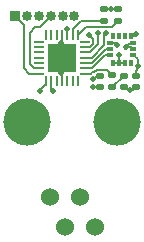
<source format=gbr>
%TF.GenerationSoftware,KiCad,Pcbnew,8.0.8-8.0.8-0~ubuntu22.04.1*%
%TF.CreationDate,2025-01-21T10:35:51-05:00*%
%TF.ProjectId,imu-board,696d752d-626f-4617-9264-2e6b69636164,rev?*%
%TF.SameCoordinates,Original*%
%TF.FileFunction,Copper,L1,Top*%
%TF.FilePolarity,Positive*%
%FSLAX46Y46*%
G04 Gerber Fmt 4.6, Leading zero omitted, Abs format (unit mm)*
G04 Created by KiCad (PCBNEW 8.0.8-8.0.8-0~ubuntu22.04.1) date 2025-01-21 10:35:51*
%MOMM*%
%LPD*%
G01*
G04 APERTURE LIST*
G04 Aperture macros list*
%AMRoundRect*
0 Rectangle with rounded corners*
0 $1 Rounding radius*
0 $2 $3 $4 $5 $6 $7 $8 $9 X,Y pos of 4 corners*
0 Add a 4 corners polygon primitive as box body*
4,1,4,$2,$3,$4,$5,$6,$7,$8,$9,$2,$3,0*
0 Add four circle primitives for the rounded corners*
1,1,$1+$1,$2,$3*
1,1,$1+$1,$4,$5*
1,1,$1+$1,$6,$7*
1,1,$1+$1,$8,$9*
0 Add four rect primitives between the rounded corners*
20,1,$1+$1,$2,$3,$4,$5,0*
20,1,$1+$1,$4,$5,$6,$7,0*
20,1,$1+$1,$6,$7,$8,$9,0*
20,1,$1+$1,$8,$9,$2,$3,0*%
%AMFreePoly0*
4,1,14,0.318306,0.106694,0.381694,0.043306,0.400000,-0.000888,0.400000,-0.062500,0.381694,-0.106694,0.337500,-0.125000,-0.337500,-0.125000,-0.381694,-0.106694,-0.400000,-0.062500,-0.400000,0.062500,-0.381694,0.106694,-0.337500,0.125000,0.274112,0.125000,0.318306,0.106694,0.318306,0.106694,$1*%
%AMFreePoly1*
4,1,14,0.381694,0.106694,0.400000,0.062500,0.400000,0.000888,0.381694,-0.043306,0.318306,-0.106694,0.274112,-0.125000,-0.337500,-0.125000,-0.381694,-0.106694,-0.400000,-0.062500,-0.400000,0.062500,-0.381694,0.106694,-0.337500,0.125000,0.337500,0.125000,0.381694,0.106694,0.381694,0.106694,$1*%
%AMFreePoly2*
4,1,14,0.106694,0.381694,0.125000,0.337500,0.125000,-0.337500,0.106694,-0.381694,0.062500,-0.400000,-0.062500,-0.400000,-0.106694,-0.381694,-0.125000,-0.337500,-0.125000,0.274112,-0.106694,0.318306,-0.043306,0.381694,0.000888,0.400000,0.062500,0.400000,0.106694,0.381694,0.106694,0.381694,$1*%
%AMFreePoly3*
4,1,14,0.043306,0.381694,0.106694,0.318306,0.125000,0.274112,0.125000,-0.337500,0.106694,-0.381694,0.062500,-0.400000,-0.062500,-0.400000,-0.106694,-0.381694,-0.125000,-0.337500,-0.125000,0.337500,-0.106694,0.381694,-0.062500,0.400000,-0.000888,0.400000,0.043306,0.381694,0.043306,0.381694,$1*%
%AMFreePoly4*
4,1,14,0.381694,0.106694,0.400000,0.062500,0.400000,-0.062500,0.381694,-0.106694,0.337500,-0.125000,-0.274112,-0.125000,-0.318306,-0.106694,-0.381694,-0.043306,-0.400000,0.000888,-0.400000,0.062500,-0.381694,0.106694,-0.337500,0.125000,0.337500,0.125000,0.381694,0.106694,0.381694,0.106694,$1*%
%AMFreePoly5*
4,1,14,0.381694,0.106694,0.400000,0.062500,0.400000,-0.062500,0.381694,-0.106694,0.337500,-0.125000,-0.337500,-0.125000,-0.381694,-0.106694,-0.400000,-0.062500,-0.400000,-0.000888,-0.381694,0.043306,-0.318306,0.106694,-0.274112,0.125000,0.337500,0.125000,0.381694,0.106694,0.381694,0.106694,$1*%
%AMFreePoly6*
4,1,14,0.106694,0.381694,0.125000,0.337500,0.125000,-0.274112,0.106694,-0.318306,0.043306,-0.381694,-0.000888,-0.400000,-0.062500,-0.400000,-0.106694,-0.381694,-0.125000,-0.337500,-0.125000,0.337500,-0.106694,0.381694,-0.062500,0.400000,0.062500,0.400000,0.106694,0.381694,0.106694,0.381694,$1*%
%AMFreePoly7*
4,1,14,0.106694,0.381694,0.125000,0.337500,0.125000,-0.337500,0.106694,-0.381694,0.062500,-0.400000,0.000888,-0.400000,-0.043306,-0.381694,-0.106694,-0.318306,-0.125000,-0.274112,-0.125000,0.337500,-0.106694,0.381694,-0.062500,0.400000,0.062500,0.400000,0.106694,0.381694,0.106694,0.381694,$1*%
G04 Aperture macros list end*
%TA.AperFunction,SMDPad,CuDef*%
%ADD10RoundRect,0.140000X-0.170000X0.140000X-0.170000X-0.140000X0.170000X-0.140000X0.170000X0.140000X0*%
%TD*%
%TA.AperFunction,SMDPad,CuDef*%
%ADD11FreePoly0,270.000000*%
%TD*%
%TA.AperFunction,SMDPad,CuDef*%
%ADD12RoundRect,0.062500X-0.062500X0.337500X-0.062500X-0.337500X0.062500X-0.337500X0.062500X0.337500X0*%
%TD*%
%TA.AperFunction,SMDPad,CuDef*%
%ADD13FreePoly1,270.000000*%
%TD*%
%TA.AperFunction,SMDPad,CuDef*%
%ADD14FreePoly2,270.000000*%
%TD*%
%TA.AperFunction,SMDPad,CuDef*%
%ADD15RoundRect,0.062500X-0.337500X0.062500X-0.337500X-0.062500X0.337500X-0.062500X0.337500X0.062500X0*%
%TD*%
%TA.AperFunction,SMDPad,CuDef*%
%ADD16FreePoly3,270.000000*%
%TD*%
%TA.AperFunction,SMDPad,CuDef*%
%ADD17FreePoly4,270.000000*%
%TD*%
%TA.AperFunction,SMDPad,CuDef*%
%ADD18FreePoly5,270.000000*%
%TD*%
%TA.AperFunction,SMDPad,CuDef*%
%ADD19FreePoly6,270.000000*%
%TD*%
%TA.AperFunction,SMDPad,CuDef*%
%ADD20FreePoly7,270.000000*%
%TD*%
%TA.AperFunction,SMDPad,CuDef*%
%ADD21R,2.400000X2.400000*%
%TD*%
%TA.AperFunction,SMDPad,CuDef*%
%ADD22RoundRect,0.147500X0.172500X-0.147500X0.172500X0.147500X-0.172500X0.147500X-0.172500X-0.147500X0*%
%TD*%
%TA.AperFunction,SMDPad,CuDef*%
%ADD23R,0.300000X0.480000*%
%TD*%
%TA.AperFunction,SMDPad,CuDef*%
%ADD24R,0.480000X0.300000*%
%TD*%
%TA.AperFunction,SMDPad,CuDef*%
%ADD25RoundRect,0.135000X-0.185000X0.135000X-0.185000X-0.135000X0.185000X-0.135000X0.185000X0.135000X0*%
%TD*%
%TA.AperFunction,SMDPad,CuDef*%
%ADD26RoundRect,0.135000X0.185000X-0.135000X0.185000X0.135000X-0.185000X0.135000X-0.185000X-0.135000X0*%
%TD*%
%TA.AperFunction,ComponentPad*%
%ADD27R,0.850000X0.850000*%
%TD*%
%TA.AperFunction,ComponentPad*%
%ADD28O,0.850000X0.850000*%
%TD*%
%TA.AperFunction,ComponentPad*%
%ADD29C,1.524000*%
%TD*%
%TA.AperFunction,ComponentPad*%
%ADD30C,4.000000*%
%TD*%
%TA.AperFunction,ViaPad*%
%ADD31C,0.508000*%
%TD*%
%TA.AperFunction,Conductor*%
%ADD32C,0.152400*%
%TD*%
G04 APERTURE END LIST*
D10*
%TO.P,C2,1*%
%TO.N,VCC*%
X58400000Y-61220000D03*
%TO.P,C2,2*%
%TO.N,GND*%
X58400000Y-62180000D03*
%TD*%
D11*
%TO.P,U3,1,PD3*%
%TO.N,Net-(JP2-A)*%
X56500000Y-57750000D03*
D12*
%TO.P,U3,2,PD4*%
%TO.N,Net-(JP1-A)*%
X56050000Y-57750000D03*
%TO.P,U3,3,VCC*%
%TO.N,VCC*%
X55600000Y-57750000D03*
%TO.P,U3,4,GND*%
%TO.N,GND*%
X55150000Y-57750000D03*
%TO.P,U3,5,XTAL1/PB6*%
%TO.N,unconnected-(U3-XTAL1{slash}PB6-Pad5)*%
X54700000Y-57750000D03*
%TO.P,U3,6,XTAL2/PB7*%
%TO.N,unconnected-(U3-XTAL2{slash}PB7-Pad6)*%
X54250000Y-57750000D03*
D13*
%TO.P,U3,7,PD5*%
%TO.N,unconnected-(U3-PD5-Pad7)*%
X53800000Y-57750000D03*
D14*
%TO.P,U3,8,PD6*%
%TO.N,unconnected-(U3-PD6-Pad8)*%
X53200000Y-58350000D03*
D15*
%TO.P,U3,9,PD7*%
%TO.N,unconnected-(U3-PD7-Pad9)*%
X53200000Y-58800000D03*
%TO.P,U3,10,PB0*%
%TO.N,unconnected-(U3-PB0-Pad10)*%
X53200000Y-59250000D03*
%TO.P,U3,11,PB1*%
%TO.N,unconnected-(U3-PB1-Pad11)*%
X53200000Y-59700000D03*
%TO.P,U3,12,PB2*%
%TO.N,unconnected-(U3-PB2-Pad12)*%
X53200000Y-60150000D03*
%TO.P,U3,13,PB3*%
%TO.N,/MOSI*%
X53200000Y-60600000D03*
D16*
%TO.P,U3,14,PB4*%
%TO.N,/MISO*%
X53200000Y-61050000D03*
D17*
%TO.P,U3,15,PB5*%
%TO.N,/SCK*%
X53800000Y-61650000D03*
D12*
%TO.P,U3,16,AVCC*%
%TO.N,VCC*%
X54250000Y-61650000D03*
%TO.P,U3,17,AREF*%
%TO.N,unconnected-(U3-AREF-Pad17)*%
X54700000Y-61650000D03*
%TO.P,U3,18,GND*%
%TO.N,GND*%
X55150000Y-61650000D03*
%TO.P,U3,19,PC0*%
%TO.N,unconnected-(U3-PC0-Pad19)*%
X55600000Y-61650000D03*
%TO.P,U3,20,PC1*%
%TO.N,unconnected-(U3-PC1-Pad20)*%
X56050000Y-61650000D03*
D18*
%TO.P,U3,21,PC2*%
%TO.N,unconnected-(U3-PC2-Pad21)*%
X56500000Y-61650000D03*
D19*
%TO.P,U3,22,PC3*%
%TO.N,Net-(U3-PC3)*%
X57100000Y-61050000D03*
D15*
%TO.P,U3,23,PC4*%
%TO.N,/SDA*%
X57100000Y-60600000D03*
%TO.P,U3,24,PC5*%
%TO.N,/SCL*%
X57100000Y-60150000D03*
%TO.P,U3,25,~{RESET}/PC6*%
%TO.N,/nRESET*%
X57100000Y-59700000D03*
%TO.P,U3,26,PD0*%
%TO.N,/RXD*%
X57100000Y-59250000D03*
%TO.P,U3,27,PD1*%
%TO.N,/TXD*%
X57100000Y-58800000D03*
D20*
%TO.P,U3,28,PD2*%
%TO.N,unconnected-(U3-PD2-Pad28)*%
X57100000Y-58350000D03*
D21*
%TO.P,U3,29,GND*%
%TO.N,GND*%
X55150000Y-59700000D03*
%TD*%
D22*
%TO.P,D1,1,K*%
%TO.N,GND*%
X60400000Y-62185000D03*
%TO.P,D1,2,A*%
%TO.N,Net-(D1-A)*%
X60400000Y-61215000D03*
%TD*%
D23*
%TO.P,U2,P1,SDO/SA0*%
%TO.N,GND*%
X59450000Y-60162500D03*
%TO.P,U2,P2,SDX*%
X59950000Y-60162500D03*
%TO.P,U2,P3,SCX*%
X60450000Y-60162500D03*
%TO.P,U2,P4,INT1*%
%TO.N,unconnected-(U2-INT1-PadP4)*%
X60950000Y-60162500D03*
D24*
%TO.P,U2,P5,VDD_IO*%
%TO.N,VCC*%
X61200000Y-59500000D03*
%TO.P,U2,P6,GND@6*%
%TO.N,GND*%
X61200000Y-59000000D03*
%TO.P,U2,P7,GND@7*%
X61200000Y-58500000D03*
D23*
%TO.P,U2,P8,VDD*%
%TO.N,VCC*%
X60950000Y-57837500D03*
%TO.P,U2,P9,INT2*%
%TO.N,unconnected-(U2-INT2-PadP9)*%
X60450000Y-57837500D03*
%TO.P,U2,P10,OCS_AUX*%
%TO.N,unconnected-(U2-OCS_AUX-PadP10)*%
X59950000Y-57837500D03*
%TO.P,U2,P11,SDO_AUX*%
%TO.N,unconnected-(U2-SDO_AUX-PadP11)*%
X59450000Y-57837500D03*
D24*
%TO.P,U2,P12,~{CS}*%
%TO.N,VCC*%
X59200000Y-58500000D03*
%TO.P,U2,P13,SCL*%
%TO.N,/SCL*%
X59200000Y-59000000D03*
%TO.P,U2,P14,SDA/SDI/SDO*%
%TO.N,/SDA*%
X59200000Y-59500000D03*
%TD*%
D25*
%TO.P,R1,1*%
%TO.N,Net-(U3-PC3)*%
X59400000Y-61190000D03*
%TO.P,R1,2*%
%TO.N,Net-(D1-A)*%
X59400000Y-62210000D03*
%TD*%
D26*
%TO.P,JP1,1,A*%
%TO.N,Net-(JP1-A)*%
X58700000Y-56610000D03*
%TO.P,JP1,2,B*%
%TO.N,GND*%
X58700000Y-55590000D03*
%TD*%
%TO.P,JP2,1,A*%
%TO.N,Net-(JP2-A)*%
X59900000Y-56610000D03*
%TO.P,JP2,2,B*%
%TO.N,GND*%
X59900000Y-55590000D03*
%TD*%
D27*
%TO.P,J3,1,MISO*%
%TO.N,/MISO*%
X51200000Y-56200000D03*
D28*
%TO.P,J3,2,VCC*%
%TO.N,VCC*%
X52200000Y-56200000D03*
%TO.P,J3,3,SCK*%
%TO.N,/SCK*%
X53200000Y-56200000D03*
%TO.P,J3,4,MOSI*%
%TO.N,/MOSI*%
X54200000Y-56200000D03*
%TO.P,J3,5,~{RST}*%
%TO.N,/nRESET*%
X55200000Y-56200000D03*
%TO.P,J3,6,GND*%
%TO.N,GND*%
X56200000Y-56200000D03*
%TD*%
D10*
%TO.P,C1,1*%
%TO.N,VCC*%
X61400000Y-61220000D03*
%TO.P,C1,2*%
%TO.N,GND*%
X61400000Y-62180000D03*
%TD*%
D29*
%TO.P,J2,1*%
%TO.N,VCC*%
X54097000Y-71521000D03*
%TO.P,J2,2*%
%TO.N,/TXD*%
X55367000Y-74061000D03*
%TO.P,J2,3*%
%TO.N,/RXD*%
X56637000Y-71521000D03*
%TO.P,J2,4*%
%TO.N,GND*%
X57907000Y-74061000D03*
D30*
%TO.P,J2,5*%
%TO.N,N/C*%
X52192000Y-65171000D03*
%TO.P,J2,6*%
X59817000Y-65171000D03*
%TD*%
D31*
%TO.N,VCC*%
X54400000Y-62500000D03*
X57800000Y-61500000D03*
X55600000Y-57300000D03*
X61546000Y-60400000D03*
X61400000Y-57700000D03*
X59800000Y-58600000D03*
%TO.N,GND*%
X60600000Y-58800000D03*
X59300000Y-55600000D03*
X55100000Y-58500000D03*
X57800000Y-62200000D03*
X55100000Y-61000000D03*
X60900000Y-62400000D03*
X60000000Y-59500000D03*
%TO.N,/nRESET*%
X58893598Y-57600000D03*
%TO.N,/TXD*%
X57404000Y-57785000D03*
%TO.N,/RXD*%
X58166000Y-57658000D03*
%TO.N,/SCK*%
X53300000Y-62500000D03*
%TD*%
D32*
%TO.N,VCC*%
X61262500Y-57837500D02*
X61400000Y-57700000D01*
X54250000Y-62350000D02*
X54400000Y-62500000D01*
X60950000Y-57837500D02*
X61262500Y-57837500D01*
X61546000Y-60400000D02*
X61400000Y-60946000D01*
X55600000Y-58050000D02*
X55600000Y-57300000D01*
X61546000Y-59846000D02*
X61546000Y-60400000D01*
X61400000Y-60946000D02*
X61400000Y-61220000D01*
X59700000Y-58500000D02*
X59800000Y-58600000D01*
X57800000Y-61500000D02*
X58080002Y-61220000D01*
X61200000Y-59500000D02*
X61546000Y-59846000D01*
X59200000Y-58500000D02*
X59700000Y-58500000D01*
X54250000Y-61650000D02*
X54250000Y-62350000D01*
X58080002Y-61220000D02*
X58400000Y-61220000D01*
%TO.N,GND*%
X59950000Y-60162500D02*
X59950000Y-59550000D01*
X60600000Y-58800000D02*
X61000000Y-58800000D01*
X60900000Y-58500000D02*
X60600000Y-58800000D01*
X59290000Y-55590000D02*
X59300000Y-55600000D01*
X61180000Y-62400000D02*
X61400000Y-62180000D01*
X55150000Y-61950000D02*
X55150000Y-60000000D01*
X57820000Y-62180000D02*
X57800000Y-62200000D01*
X59890000Y-55600000D02*
X59900000Y-55590000D01*
X61000000Y-58800000D02*
X61200000Y-59000000D01*
X60585000Y-62185000D02*
X60800000Y-62400000D01*
X61200000Y-58500000D02*
X60900000Y-58500000D01*
X59950000Y-59550000D02*
X60000000Y-59500000D01*
X55150000Y-58050000D02*
X55150000Y-58650000D01*
X55150000Y-58650000D02*
X55100000Y-58700000D01*
X60900000Y-62400000D02*
X61180000Y-62400000D01*
X58700000Y-55590000D02*
X59290000Y-55590000D01*
X59300000Y-55600000D02*
X59890000Y-55600000D01*
X55150000Y-58750000D02*
X55150000Y-60000000D01*
X60450000Y-58950000D02*
X60600000Y-58800000D01*
X58400000Y-62180000D02*
X57820000Y-62180000D01*
X55100000Y-58700000D02*
X55150000Y-58750000D01*
X59950000Y-60162500D02*
X59450000Y-60162500D01*
X59950000Y-60162500D02*
X60450000Y-60162500D01*
X60400000Y-62185000D02*
X60585000Y-62185000D01*
%TO.N,/nRESET*%
X58893598Y-57600000D02*
X58700000Y-57793598D01*
X58700000Y-58648000D02*
X57648000Y-59700000D01*
X58700000Y-57793598D02*
X58700000Y-58648000D01*
X57648000Y-59700000D02*
X57100000Y-59700000D01*
%TO.N,Net-(D1-A)*%
X59400000Y-62210000D02*
X59405000Y-62210000D01*
X59405000Y-62210000D02*
X60400000Y-61215000D01*
%TO.N,/TXD*%
X57738600Y-58119600D02*
X57404000Y-57785000D01*
X57738600Y-58561399D02*
X57738600Y-58119600D01*
X57100000Y-58800000D02*
X57499999Y-58800000D01*
X57499999Y-58800000D02*
X57738600Y-58561399D01*
%TO.N,/RXD*%
X57100000Y-59250000D02*
X57499999Y-59250000D01*
X57499999Y-59250000D02*
X58166000Y-58583999D01*
X58166000Y-58583999D02*
X58166000Y-57658000D01*
%TO.N,/MISO*%
X51928600Y-56928600D02*
X51928600Y-60600000D01*
X52378600Y-61050000D02*
X53200000Y-61050000D01*
X51200000Y-56200000D02*
X51928600Y-56928600D01*
X51928600Y-60600000D02*
X52378600Y-61050000D01*
%TO.N,/SCK*%
X53300000Y-62450000D02*
X53800000Y-61950000D01*
X53300000Y-62500000D02*
X53300000Y-62450000D01*
%TO.N,/MOSI*%
X53200000Y-60600000D02*
X52800001Y-60600000D01*
X52900000Y-57100000D02*
X53300000Y-57100000D01*
X53300000Y-57100000D02*
X54200000Y-56200000D01*
X52400000Y-60199999D02*
X52400000Y-57600000D01*
X52800001Y-60600000D02*
X52400000Y-60199999D01*
X52400000Y-57600000D02*
X52900000Y-57100000D01*
%TO.N,Net-(JP1-A)*%
X56082600Y-57717400D02*
X56082600Y-57317400D01*
X56082600Y-57317400D02*
X56790000Y-56610000D01*
X56050000Y-57750000D02*
X56082600Y-57717400D01*
X56790000Y-56610000D02*
X58700000Y-56610000D01*
%TO.N,Net-(JP2-A)*%
X59401400Y-57108600D02*
X59900000Y-56610000D01*
X56500000Y-57750000D02*
X57141400Y-57108600D01*
X57141400Y-57108600D02*
X59401400Y-57108600D01*
%TO.N,/SCL*%
X57706000Y-60150000D02*
X57100000Y-60150000D01*
X58856000Y-59000000D02*
X57706000Y-60150000D01*
X59200000Y-59000000D02*
X58856000Y-59000000D01*
%TO.N,/SDA*%
X59200000Y-59500000D02*
X58807600Y-59500000D01*
X58807600Y-59500000D02*
X57707600Y-60600000D01*
X57707600Y-60600000D02*
X57100000Y-60600000D01*
%TO.N,Net-(U3-PC3)*%
X57867440Y-60917400D02*
X58073440Y-60711400D01*
X57567502Y-61050000D02*
X57700102Y-60917400D01*
X57700102Y-60917400D02*
X57867440Y-60917400D01*
X58921400Y-60711400D02*
X59400000Y-61190000D01*
X57100000Y-61050000D02*
X57567502Y-61050000D01*
X58073440Y-60711400D02*
X58921400Y-60711400D01*
%TD*%
M02*

</source>
